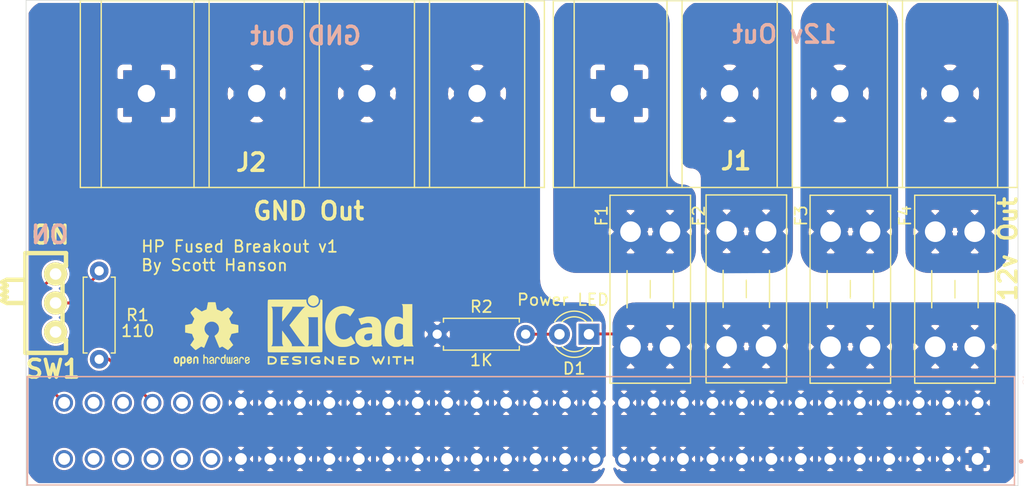
<source format=kicad_pcb>
(kicad_pcb (version 20171130) (host pcbnew "(5.1.5)-3")
  (layers (0 F.Cu signal) (31 B.Cu signal hide) (34 B.Paste user) (35 F.Paste user) (36 B.SilkS user) (37 F.SilkS user) (38 B.Mask user) (39 F.Mask user) (44 Edge.Cuts user))
  (net 0 "")
  (net 1 +12V)
  (net 2 GND)
  (net 3 "Net-(J3-Pad38)")
  (net 4 "Net-(J3-Pad37)")
  (net 5 "Net-(J3-Pad36)")
  (net 6 "Net-(J3-Pad35)")
  (net 7 "Net-(J3-Pad34)")
  (net 8 "Net-(J3-Pad33)")
  (net 9 "Net-(J3-Pad32)")
  (net 10 "Net-(J3-Pad31)")
  (net 11 "Net-(J3-Pad30)")
  (net 12 "Net-(J3-Pad29)")
  (net 13 "Net-(J3-Pad28)")
  (net 14 "Net-(J3-Pad27)")
  (net 15 /V1)
  (net 16 /V2)
  (net 17 /V3)
  (net 18 /V4)
  (net 19 "Net-(D1-Pad2)")
  (net 20 "Net-(R1-Pad2)")
  (module Symbol:OSHW-Logo2_7.3x6mm_SilkScreen (layer F.Cu) (at 133.1214 148.9202)
    (fp_text reference REF** hide)
    (fp_text value OSHW-Logo2_7.3x6mm_SilkScreen hide)
  )
  (module Symbol:KiCad-Logo2_5mm_SilkScreen (layer F.Cu) (at 144.2212 148.5392)
    (fp_text reference REF** hide)
    (fp_text value KiCad-Logo2_5mm_SilkScreen hide)
  )
  (module switch:switch_mmp122-r (layer F.Cu) (at 119.6594 146.2278 270)
    (fp_text reference SW1 (at 5.6896 0.2286 180) (layer F.SilkS) (effects (font (size 1.524 1.524) (thickness 0.3048))))
    (fp_text value ON (at -5.8674 0.4318 180) (layer F.SilkS) (effects (font (size 1.524 1.524) (thickness 0.3048))))
    (pad 3 thru_hole circle (at 2.49936 0 270) (size 1.99898 1.99898) (drill 0.99822) (layers *.Cu *.Mask F.SilkS))
    (pad 2 thru_hole circle (at 0 0 270) (size 1.99898 1.99898) (drill 0.99822) (layers *.Cu *.Mask F.SilkS) (net 20 "Net-(R1-Pad2)"))
    (pad 1 thru_hole circle (at -2.49936 0 270) (size 1.99898 1.99898) (drill 0.99822) (layers *.Cu *.Mask F.SilkS) (net 8 "Net-(J3-Pad33)"))
  )
  (module Resistor_THT:R_Axial_DIN0207_L6.3mm_D2.5mm_P7.62mm_Horizontal (layer F.Cu) (at 152.5524 148.9202)
    (fp_text reference R2 (at 3.81 -2.37) (layer F.SilkS))
    (fp_text value 1K (at 3.81 2.2352) (layer F.SilkS))
    (pad 2 thru_hole oval (at 7.62 0) (size 1.6 1.6) (drill 0.8) (layers *.Cu *.Mask) (net 19 "Net-(D1-Pad2)"))
    (pad 1 thru_hole circle (at 0 0) (size 1.6 1.6) (drill 0.8) (layers *.Cu *.Mask) (net 2 GND))
  )
  (module LED_THT:LED_D3.0mm_Clear (layer F.Cu) (at 165.6334 148.9202 180)
    (fp_text reference D1 (at 1.27 -2.96) (layer F.SilkS))
    (fp_text value "Power LED" (at 2.2352 2.9718) (layer F.SilkS))
    (pad 2 thru_hole circle (at 2.54 0 180) (size 1.8 1.8) (drill 0.9) (layers *.Cu *.Mask) (net 19 "Net-(D1-Pad2)"))
    (pad 1 thru_hole rect (at 0 0 180) (size 1.8 1.8) (drill 0.9) (layers *.Cu *.Mask) (net 1 +12V))
  )
  (module Fuse:Fuseholder_Blade_Mini_Keystone_3568 (layer F.Cu) (at 198.882 140.081 270)
    (fp_text reference F4 (at -1.3716 5.9944 90) (layer F.SilkS))
    (fp_text value Fuse_Small)
    (pad 2 thru_hole circle (at 9.92 3.4 270) (size 2.78 2.78) (drill 1.78) (layers *.Cu *.Mask) (net 1 +12V) (thermal_gap 0.5))
    (pad 2 thru_hole circle (at 9.92 0 270) (size 2.78 2.78) (drill 1.78) (layers *.Cu *.Mask) (net 1 +12V) (thermal_gap 0.5))
    (pad 1 thru_hole circle (at 0 3.4 270) (size 2.78 2.78) (drill 1.78) (layers *.Cu *.Mask) (net 18 /V4) (thermal_gap 0.5))
    (pad 1 thru_hole circle (at 0 0 270) (size 2.78 2.78) (drill 1.78) (layers *.Cu *.Mask) (net 18 /V4) (thermal_gap 0.5))
  )
  (module Fuse:Fuseholder_Blade_Mini_Keystone_3568 (layer F.Cu) (at 189.865 140.081 270)
    (fp_text reference F3 (at -1.3716 5.9436 90) (layer F.SilkS))
    (fp_text value Fuse_Small)
    (pad 2 thru_hole circle (at 9.92 3.4 270) (size 2.78 2.78) (drill 1.78) (layers *.Cu *.Mask) (net 1 +12V) (thermal_gap 0.5))
    (pad 2 thru_hole circle (at 9.92 0 270) (size 2.78 2.78) (drill 1.78) (layers *.Cu *.Mask) (net 1 +12V) (thermal_gap 0.5))
    (pad 1 thru_hole circle (at 0 3.4 270) (size 2.78 2.78) (drill 1.78) (layers *.Cu *.Mask) (net 17 /V3) (thermal_gap 0.5))
    (pad 1 thru_hole circle (at 0 0 270) (size 2.78 2.78) (drill 1.78) (layers *.Cu *.Mask) (net 17 /V3) (thermal_gap 0.5))
  )
  (module Fuse:Fuseholder_Blade_Mini_Keystone_3568 (layer F.Cu) (at 180.8988 140.0556 270)
    (fp_text reference F2 (at -1.3462 5.7912 90) (layer F.SilkS))
    (fp_text value Fuse_Small)
    (pad 2 thru_hole circle (at 9.92 3.4 270) (size 2.78 2.78) (drill 1.78) (layers *.Cu *.Mask) (net 1 +12V) (thermal_gap 0.5))
    (pad 2 thru_hole circle (at 9.92 0 270) (size 2.78 2.78) (drill 1.78) (layers *.Cu *.Mask) (net 1 +12V) (thermal_gap 0.5))
    (pad 1 thru_hole circle (at 0 3.4 270) (size 2.78 2.78) (drill 1.78) (layers *.Cu *.Mask) (net 16 /V2) (thermal_gap 0.5))
    (pad 1 thru_hole circle (at 0 0 270) (size 2.78 2.78) (drill 1.78) (layers *.Cu *.Mask) (net 16 /V2) (thermal_gap 0.5))
  )
  (module Fuse:Fuseholder_Blade_Mini_Keystone_3568 (layer F.Cu) (at 172.6184 140.081 270)
    (fp_text reference F1 (at -1.3716 5.8928 90) (layer F.SilkS))
    (fp_text value Fuse_Small)
    (pad 2 thru_hole circle (at 9.92 3.4 270) (size 2.78 2.78) (drill 1.78) (layers *.Cu *.Mask) (net 1 +12V) (thermal_gap 0.5))
    (pad 2 thru_hole circle (at 9.92 0 270) (size 2.78 2.78) (drill 1.78) (layers *.Cu *.Mask) (net 1 +12V) (thermal_gap 0.5))
    (pad 1 thru_hole circle (at 0 3.4 270) (size 2.78 2.78) (drill 1.78) (layers *.Cu *.Mask) (net 15 /V1) (thermal_gap 0.5))
    (pad 1 thru_hole circle (at 0 0 270) (size 2.78 2.78) (drill 1.78) (layers *.Cu *.Mask) (net 15 /V1) (thermal_gap 0.5))
  )
  (module Resistor_THT:R_Axial_DIN0207_L6.3mm_D2.5mm_P7.62mm_Horizontal (layer F.Cu) (at 123.4186 151.0792 90)
    (fp_text reference R1 (at 3.81 3.302 180) (layer F.SilkS))
    (fp_text value 110 (at 2.4384 3.3274 180) (layer F.SilkS))
    (pad 2 thru_hole oval (at 7.62 0 90) (size 1.6 1.6) (drill 0.8) (layers *.Cu *.Mask) (net 20 "Net-(R1-Pad2)"))
    (pad 1 thru_hole circle (at 0 0 90) (size 1.6 1.6) (drill 0.8) (layers *.Cu *.Mask) (net 5 "Net-(J3-Pad36)"))
  )
  (module TE_1761469-1:TE_1761469-1 (layer B.Cu) (at 159.766 157.2514 180)
    (fp_text reference J3 (at -43.688 4.318) (layer B.SilkS) (effects (font (size 0.640546 0.640546) (thickness 0.015)) (justify mirror)))
    (fp_text value "PS Conn")
    (pad 64 thru_hole circle (at -39.37 2.42 180) (size 1.53 1.53) (drill 1.02) (layers *.Cu *.Mask) (net 1 +12V))
    (pad 63 thru_hole circle (at -36.83 2.42 180) (size 1.53 1.53) (drill 1.02) (layers *.Cu *.Mask) (net 1 +12V))
    (pad 62 thru_hole circle (at -34.29 2.42 180) (size 1.53 1.53) (drill 1.02) (layers *.Cu *.Mask) (net 1 +12V))
    (pad 61 thru_hole circle (at -31.75 2.42 180) (size 1.53 1.53) (drill 1.02) (layers *.Cu *.Mask) (net 1 +12V))
    (pad 60 thru_hole circle (at -29.21 2.42 180) (size 1.53 1.53) (drill 1.02) (layers *.Cu *.Mask) (net 1 +12V))
    (pad 59 thru_hole circle (at -26.67 2.42 180) (size 1.53 1.53) (drill 1.02) (layers *.Cu *.Mask) (net 1 +12V))
    (pad 58 thru_hole circle (at -24.13 2.42 180) (size 1.53 1.53) (drill 1.02) (layers *.Cu *.Mask) (net 1 +12V))
    (pad 57 thru_hole circle (at -21.59 2.42 180) (size 1.53 1.53) (drill 1.02) (layers *.Cu *.Mask) (net 1 +12V))
    (pad 56 thru_hole circle (at -19.05 2.42 180) (size 1.53 1.53) (drill 1.02) (layers *.Cu *.Mask) (net 1 +12V))
    (pad 55 thru_hole circle (at -16.51 2.42 180) (size 1.53 1.53) (drill 1.02) (layers *.Cu *.Mask) (net 1 +12V))
    (pad 54 thru_hole circle (at -13.97 2.42 180) (size 1.53 1.53) (drill 1.02) (layers *.Cu *.Mask) (net 1 +12V))
    (pad 53 thru_hole circle (at -11.43 2.42 180) (size 1.53 1.53) (drill 1.02) (layers *.Cu *.Mask) (net 1 +12V))
    (pad 52 thru_hole circle (at -8.89 2.42 180) (size 1.53 1.53) (drill 1.02) (layers *.Cu *.Mask) (net 1 +12V))
    (pad 51 thru_hole circle (at -6.35 2.42 180) (size 1.53 1.53) (drill 1.02) (layers *.Cu *.Mask) (net 2 GND))
    (pad 50 thru_hole circle (at -3.81 2.42 180) (size 1.53 1.53) (drill 1.02) (layers *.Cu *.Mask) (net 2 GND))
    (pad 49 thru_hole circle (at -1.27 2.42 180) (size 1.53 1.53) (drill 1.02) (layers *.Cu *.Mask) (net 2 GND))
    (pad 48 thru_hole circle (at 1.27 2.42 180) (size 1.53 1.53) (drill 1.02) (layers *.Cu *.Mask) (net 2 GND))
    (pad 47 thru_hole circle (at 3.81 2.42 180) (size 1.53 1.53) (drill 1.02) (layers *.Cu *.Mask) (net 2 GND))
    (pad 46 thru_hole circle (at 6.35 2.42 180) (size 1.53 1.53) (drill 1.02) (layers *.Cu *.Mask) (net 2 GND))
    (pad 45 thru_hole circle (at 8.89 2.42 180) (size 1.53 1.53) (drill 1.02) (layers *.Cu *.Mask) (net 2 GND))
    (pad 44 thru_hole circle (at 11.43 2.42 180) (size 1.53 1.53) (drill 1.02) (layers *.Cu *.Mask) (net 2 GND))
    (pad 43 thru_hole circle (at 13.97 2.42 180) (size 1.53 1.53) (drill 1.02) (layers *.Cu *.Mask) (net 2 GND))
    (pad 42 thru_hole circle (at 16.51 2.42 180) (size 1.53 1.53) (drill 1.02) (layers *.Cu *.Mask) (net 2 GND))
    (pad 41 thru_hole circle (at 19.05 2.42 180) (size 1.53 1.53) (drill 1.02) (layers *.Cu *.Mask) (net 2 GND))
    (pad 40 thru_hole circle (at 21.59 2.42 180) (size 1.53 1.53) (drill 1.02) (layers *.Cu *.Mask) (net 2 GND))
    (pad 39 thru_hole circle (at 24.13 2.42 180) (size 1.53 1.53) (drill 1.02) (layers *.Cu *.Mask) (net 2 GND))
    (pad 38 thru_hole circle (at 26.67 2.42 180) (size 1.53 1.53) (drill 1.02) (layers *.Cu *.Mask) (net 3 "Net-(J3-Pad38)"))
    (pad 37 thru_hole circle (at 29.21 2.42 180) (size 1.53 1.53) (drill 1.02) (layers *.Cu *.Mask) (net 4 "Net-(J3-Pad37)"))
    (pad 36 thru_hole circle (at 31.75 2.42 180) (size 1.53 1.53) (drill 1.02) (layers *.Cu *.Mask) (net 5 "Net-(J3-Pad36)"))
    (pad 35 thru_hole circle (at 34.29 2.42 180) (size 1.53 1.53) (drill 1.02) (layers *.Cu *.Mask) (net 6 "Net-(J3-Pad35)"))
    (pad 34 thru_hole circle (at 36.83 2.42 180) (size 1.53 1.53) (drill 1.02) (layers *.Cu *.Mask) (net 7 "Net-(J3-Pad34)"))
    (pad 33 thru_hole circle (at 39.37 2.42 180) (size 1.53 1.53) (drill 1.02) (layers *.Cu *.Mask) (net 8 "Net-(J3-Pad33)"))
    (pad 32 thru_hole circle (at 39.37 -2.42 180) (size 1.53 1.53) (drill 1.02) (layers *.Cu *.Mask) (net 9 "Net-(J3-Pad32)"))
    (pad 31 thru_hole circle (at 36.83 -2.42 180) (size 1.53 1.53) (drill 1.02) (layers *.Cu *.Mask) (net 10 "Net-(J3-Pad31)"))
    (pad 30 thru_hole circle (at 34.29 -2.42 180) (size 1.53 1.53) (drill 1.02) (layers *.Cu *.Mask) (net 11 "Net-(J3-Pad30)"))
    (pad 29 thru_hole circle (at 31.75 -2.42 180) (size 1.53 1.53) (drill 1.02) (layers *.Cu *.Mask) (net 12 "Net-(J3-Pad29)"))
    (pad 28 thru_hole circle (at 29.21 -2.42 180) (size 1.53 1.53) (drill 1.02) (layers *.Cu *.Mask) (net 13 "Net-(J3-Pad28)"))
    (pad 27 thru_hole circle (at 26.67 -2.42 180) (size 1.53 1.53) (drill 1.02) (layers *.Cu *.Mask) (net 14 "Net-(J3-Pad27)"))
    (pad 26 thru_hole circle (at 24.13 -2.42 180) (size 1.53 1.53) (drill 1.02) (layers *.Cu *.Mask) (net 2 GND))
    (pad 25 thru_hole circle (at 21.59 -2.42 180) (size 1.53 1.53) (drill 1.02) (layers *.Cu *.Mask) (net 2 GND))
    (pad 24 thru_hole circle (at 19.05 -2.42 180) (size 1.53 1.53) (drill 1.02) (layers *.Cu *.Mask) (net 2 GND))
    (pad 23 thru_hole circle (at 16.51 -2.42 180) (size 1.53 1.53) (drill 1.02) (layers *.Cu *.Mask) (net 2 GND))
    (pad 22 thru_hole circle (at 13.97 -2.42 180) (size 1.53 1.53) (drill 1.02) (layers *.Cu *.Mask) (net 2 GND))
    (pad 21 thru_hole circle (at 11.43 -2.42 180) (size 1.53 1.53) (drill 1.02) (layers *.Cu *.Mask) (net 2 GND))
    (pad 20 thru_hole circle (at 8.89 -2.42 180) (size 1.53 1.53) (drill 1.02) (layers *.Cu *.Mask) (net 2 GND))
    (pad 19 thru_hole circle (at 6.35 -2.42 180) (size 1.53 1.53) (drill 1.02) (layers *.Cu *.Mask) (net 2 GND))
    (pad 18 thru_hole circle (at 3.81 -2.42 180) (size 1.53 1.53) (drill 1.02) (layers *.Cu *.Mask) (net 2 GND))
    (pad 17 thru_hole circle (at 1.27 -2.42 180) (size 1.53 1.53) (drill 1.02) (layers *.Cu *.Mask) (net 2 GND))
    (pad 16 thru_hole circle (at -1.27 -2.42 180) (size 1.53 1.53) (drill 1.02) (layers *.Cu *.Mask) (net 2 GND))
    (pad 15 thru_hole circle (at -3.81 -2.42 180) (size 1.53 1.53) (drill 1.02) (layers *.Cu *.Mask) (net 2 GND))
    (pad 14 thru_hole circle (at -6.35 -2.42 180) (size 1.53 1.53) (drill 1.02) (layers *.Cu *.Mask) (net 2 GND))
    (pad 13 thru_hole circle (at -8.89 -2.42 180) (size 1.53 1.53) (drill 1.02) (layers *.Cu *.Mask) (net 1 +12V))
    (pad 12 thru_hole circle (at -11.43 -2.42 180) (size 1.53 1.53) (drill 1.02) (layers *.Cu *.Mask) (net 1 +12V))
    (pad 11 thru_hole circle (at -13.97 -2.42 180) (size 1.53 1.53) (drill 1.02) (layers *.Cu *.Mask) (net 1 +12V))
    (pad 10 thru_hole circle (at -16.51 -2.42 180) (size 1.53 1.53) (drill 1.02) (layers *.Cu *.Mask) (net 1 +12V))
    (pad 9 thru_hole circle (at -19.05 -2.42 180) (size 1.53 1.53) (drill 1.02) (layers *.Cu *.Mask) (net 1 +12V))
    (pad 8 thru_hole circle (at -21.59 -2.42 180) (size 1.53 1.53) (drill 1.02) (layers *.Cu *.Mask) (net 1 +12V))
    (pad 7 thru_hole circle (at -24.13 -2.42 180) (size 1.53 1.53) (drill 1.02) (layers *.Cu *.Mask) (net 1 +12V))
    (pad 6 thru_hole circle (at -26.67 -2.42 180) (size 1.53 1.53) (drill 1.02) (layers *.Cu *.Mask) (net 1 +12V))
    (pad 5 thru_hole circle (at -29.21 -2.42 180) (size 1.53 1.53) (drill 1.02) (layers *.Cu *.Mask) (net 1 +12V))
    (pad 4 thru_hole circle (at -31.75 -2.42 180) (size 1.53 1.53) (drill 1.02) (layers *.Cu *.Mask) (net 1 +12V))
    (pad 3 thru_hole circle (at -34.29 -2.42 180) (size 1.53 1.53) (drill 1.02) (layers *.Cu *.Mask) (net 1 +12V))
    (pad 2 thru_hole circle (at -36.83 -2.42 180) (size 1.53 1.53) (drill 1.02) (layers *.Cu *.Mask) (net 1 +12V))
    (pad 1 thru_hole rect (at -39.37 -2.42 180) (size 1.53 1.53) (drill 1.02) (layers *.Cu *.Mask) (net 1 +12V))
  )
  (module Barrier_Blocks:BARRIER_BLOCK_1ROW_4POS_P9.5MM (layer F.Cu) (at 121.793 136.271)
    (fp_text reference J2 (at 14.732 -2.159) (layer F.SilkS) (effects (font (size 1.5 1.5) (thickness 0.3))))
    (fp_text value "GND Out" (at 19.685 2.032) (layer F.SilkS) (effects (font (size 1.5 1.5) (thickness 0.3))))
    (pad 4 thru_hole circle (at 34.2 -8.1) (size 4 4) (drill 1.5) (layers *.Cu *.Mask) (net 2 GND) (thermal_gap 0.5))
    (pad 3 thru_hole circle (at 24.7 -8.1) (size 4 4) (drill 1.5) (layers *.Cu *.Mask) (net 2 GND) (thermal_gap 0.5))
    (pad 2 thru_hole circle (at 15.2 -8.1) (size 4 4) (drill 1.5) (layers *.Cu *.Mask) (net 2 GND) (thermal_gap 0.5))
    (pad 1 thru_hole rect (at 5.7 -8.1) (size 4 4) (drill 1.5) (layers *.Cu *.Mask) (net 2 GND) (thermal_gap 0.5))
  )
  (module Barrier_Blocks:BARRIER_BLOCK_1ROW_4POS_P9.5MM (layer F.Cu) (at 162.56 136.271)
    (fp_text reference J1 (at 15.748 -2.286) (layer F.SilkS) (effects (font (size 1.5 1.5) (thickness 0.3))))
    (fp_text value "12v Out" (at 39.1922 5.3086 90) (layer F.SilkS) (effects (font (size 1.5 1.5) (thickness 0.3))))
    (pad 4 thru_hole circle (at 34.2 -8.1) (size 4 4) (drill 1.5) (layers *.Cu *.Mask) (net 18 /V4) (thermal_gap 0.5))
    (pad 3 thru_hole circle (at 24.7 -8.1) (size 4 4) (drill 1.5) (layers *.Cu *.Mask) (net 17 /V3) (thermal_gap 0.5))
    (pad 2 thru_hole circle (at 15.2 -8.1) (size 4 4) (drill 1.5) (layers *.Cu *.Mask) (net 16 /V2) (thermal_gap 0.5))
    (pad 1 thru_hole rect (at 5.7 -8.1) (size 4 4) (drill 1.5) (layers *.Cu *.Mask) (net 15 /V1) (thermal_gap 0.5))
  )
  (gr_text "HP Fused Breakout v1\nBy Scott Hanson" (at 126.9492 142.1638) (layer F.SilkS) (effects (font (size 1 1)) (justify left)))
  (gr_text ON (at 119.1514 140.335) (layer B.SilkS) (effects (font (size 1.5 1.5) (thickness 0.3)) (justify mirror)))
  (gr_text "GND Out" (at 141.224 123.19) (layer B.SilkS) (effects (font (size 1.5 1.5) (thickness 0.3)) (justify mirror)))
  (gr_text "12v Out" (at 182.499 123.063) (layer B.SilkS) (effects (font (size 1.5 1.5) (thickness 0.3)) (justify mirror)))
  (gr_line (start 117.1194 120.142) (end 117.1194 161.9758) (layer Edge.Cuts) (width 0.05))
  (gr_line (start 202.6158 120.142) (end 117.1194 120.142) (layer Edge.Cuts) (width 0.05))
  (gr_line (start 202.6158 161.9758) (end 202.6158 120.142) (layer Edge.Cuts) (width 0.05))
  (gr_line (start 117.1194 161.9758) (end 202.6158 161.9758) (layer Edge.Cuts) (width 0.05))
  (segment (start 168.036 149.606) (end 168.431 150.001) (width 0.25) (layer F.Cu) (net 1))
  (segment (start 168.1604 148.8948) (end 169.2666 150.001) (width 0.25) (layer F.Cu) (net 1))
  (segment (start 165.6334 148.9202) (end 165.6588 148.8948) (width 0.25) (layer F.Cu) (net 1))
  (segment (start 165.6588 148.8948) (end 168.1604 148.8948) (width 0.25) (layer F.Cu) (net 1))
  (segment (start 124.2638 151.0792) (end 128.016 154.8314) (width 0.25) (layer F.Cu) (net 5))
  (segment (start 123.4186 151.0792) (end 124.2638 151.0792) (width 0.25) (layer F.Cu) (net 5))
  (segment (start 123.4694 151.0284) (end 123.4186 151.0792) (width 0.25) (layer F.Cu) (net 5))
  (segment (start 119.6594 143.72844) (end 117.9322 145.45564) (width 0.25) (layer F.Cu) (net 8))
  (segment (start 117.9322 152.3676) (end 120.396 154.8314) (width 0.25) (layer F.Cu) (net 8))
  (segment (start 117.9322 145.45564) (end 117.9322 152.3676) (width 0.25) (layer F.Cu) (net 8))
  (segment (start 161.820608 148.9202) (end 160.1724 148.9202) (width 0.25) (layer F.Cu) (net 19))
  (segment (start 163.0934 148.9202) (end 161.820608 148.9202) (width 0.25) (layer F.Cu) (net 19))
  (segment (start 123.4186 143.6624) (end 123.4186 143.4592) (width 0.25) (layer F.Cu) (net 20))
  (segment (start 119.6594 146.2278) (end 120.8532 146.2278) (width 0.25) (layer F.Cu) (net 20))
  (segment (start 120.8532 146.2278) (end 123.4186 143.6624) (width 0.25) (layer F.Cu) (net 20))
  (zone (net 1) (net_name +12V) (layer B.Cu) (connect_pads (clearance 0.2)) (min_thickness 0.2) (fill yes (arc_segments 32) (thermal_gap 0.3) (thermal_bridge_width 1) (smoothing fillet) (radius 2))
    (polygon (pts (xy 202.6158 146.177) (xy 167.6654 146.177) (xy 167.6654 162.0012) (xy 202.6158 161.9758)))
  )
  (zone (net 1) (net_name +12V) (layer F.Cu) (connect_pads (clearance 0.2)) (min_thickness 0.2) (fill yes (arc_segments 32) (thermal_gap 0.3) (thermal_bridge_width 1) (smoothing fillet) (radius 2))
    (polygon (pts (xy 202.6158 146.177) (xy 167.6654 146.177) (xy 167.6654 162.0012) (xy 202.6158 161.9758)))
  )
  (zone (net 2) (net_name GND) (layer B.Cu) (connect_pads (clearance 0.2)) (min_thickness 0.2) (fill yes (arc_segments 32) (thermal_gap 0.3) (thermal_bridge_width 1) (smoothing fillet) (radius 2))
    (polygon (pts (xy 167.0812 146.177) (xy 161.417 146.177) (xy 161.417 120.142) (xy 117.1194 120.142) (xy 117.1194 161.9758) (xy 167.0812 162.0012)))
  )
  (zone (net 2) (net_name GND) (layer F.Cu) (connect_pads (clearance 0.2)) (min_thickness 0.2) (fill yes (arc_segments 32) (thermal_gap 0.3) (thermal_bridge_width 1) (smoothing fillet) (radius 2))
    (polygon (pts (xy 167.0812 146.177) (xy 161.417 146.177) (xy 161.417 120.142) (xy 117.1194 120.142) (xy 117.1194 161.9758) (xy 167.0812 162.0012)))
  )
  (zone (net 15) (net_name /V1) (layer F.Cu) (connect_pads (clearance 0.2)) (min_thickness 0.2) (fill yes (arc_segments 32) (thermal_gap 0.3) (thermal_bridge_width 1) (smoothing fillet) (radius 2))
    (polygon (pts (xy 172.593 136.017) (xy 174.8536 136.017) (xy 174.8536 143.637) (xy 162.56 143.637) (xy 162.56 120.142) (xy 172.593 120.142)))
  )
  (zone (net 18) (net_name /V4) (layer F.Cu) (connect_pads (clearance 0.2)) (min_thickness 0.2) (fill yes (arc_segments 32) (thermal_gap 0.3) (thermal_bridge_width 1) (smoothing fillet) (radius 2))
    (polygon (pts (xy 201.803 143.637) (xy 192.913 143.637) (xy 192.913 120.142) (xy 201.803 120.142)))
  )
  (zone (net 16) (net_name /V2) (layer F.Cu) (connect_pads (clearance 0.2)) (min_thickness 0.2) (fill yes (arc_segments 32) (thermal_gap 0.3) (thermal_bridge_width 1) (smoothing fillet) (radius 2))
    (polygon (pts (xy 183.2102 143.637) (xy 175.2854 143.637) (xy 175.2854 134.62) (xy 173.609 134.62) (xy 173.609 120.142) (xy 183.2102 120.142)))
  )
  (zone (net 17) (net_name /V3) (layer F.Cu) (connect_pads (clearance 0.2)) (min_thickness 0.2) (fill yes (arc_segments 32) (thermal_gap 0.3) (thermal_bridge_width 1) (smoothing fillet) (radius 2))
    (polygon (pts (xy 192.278 143.637) (xy 183.8706 143.637) (xy 183.8706 120.142) (xy 192.278 120.142)))
  )
  (zone (net 15) (net_name /V1) (layer B.Cu) (connect_pads (clearance 0.2)) (min_thickness 0.2) (fill yes (arc_segments 32) (thermal_gap 0.3) (thermal_bridge_width 1) (smoothing fillet) (radius 2))
    (polygon (pts (xy 172.593 136.017) (xy 174.8536 136.017) (xy 174.8536 143.637) (xy 162.56 143.637) (xy 162.56 120.142) (xy 172.593 120.142)))
  )
  (zone (net 16) (net_name /V2) (layer B.Cu) (connect_pads (clearance 0.2)) (min_thickness 0.2) (fill yes (arc_segments 32) (thermal_gap 0.3) (thermal_bridge_width 1) (smoothing fillet) (radius 2))
    (polygon (pts (xy 183.2102 143.637) (xy 175.2854 143.6751) (xy 175.2854 134.62) (xy 173.609 134.62) (xy 173.609 120.142) (xy 183.2102 120.142)))
  )
  (zone (net 17) (net_name /V3) (layer B.Cu) (connect_pads (clearance 0.2)) (min_thickness 0.2) (fill yes (arc_segments 32) (thermal_gap 0.3) (thermal_bridge_width 1) (smoothing fillet) (radius 2))
    (polygon (pts (xy 192.278 143.637) (xy 183.8706 143.637) (xy 183.8706 120.142) (xy 192.278 120.142)))
  )
  (zone (net 18) (net_name /V4) (layer B.Cu) (connect_pads (clearance 0.2)) (min_thickness 0.2) (fill yes (arc_segments 32) (thermal_gap 0.3) (thermal_bridge_width 1) (smoothing fillet) (radius 2))
    (polygon (pts (xy 201.803 143.637) (xy 192.913 143.637) (xy 192.913 120.142) (xy 201.803 120.142)))
  )
)
</source>
